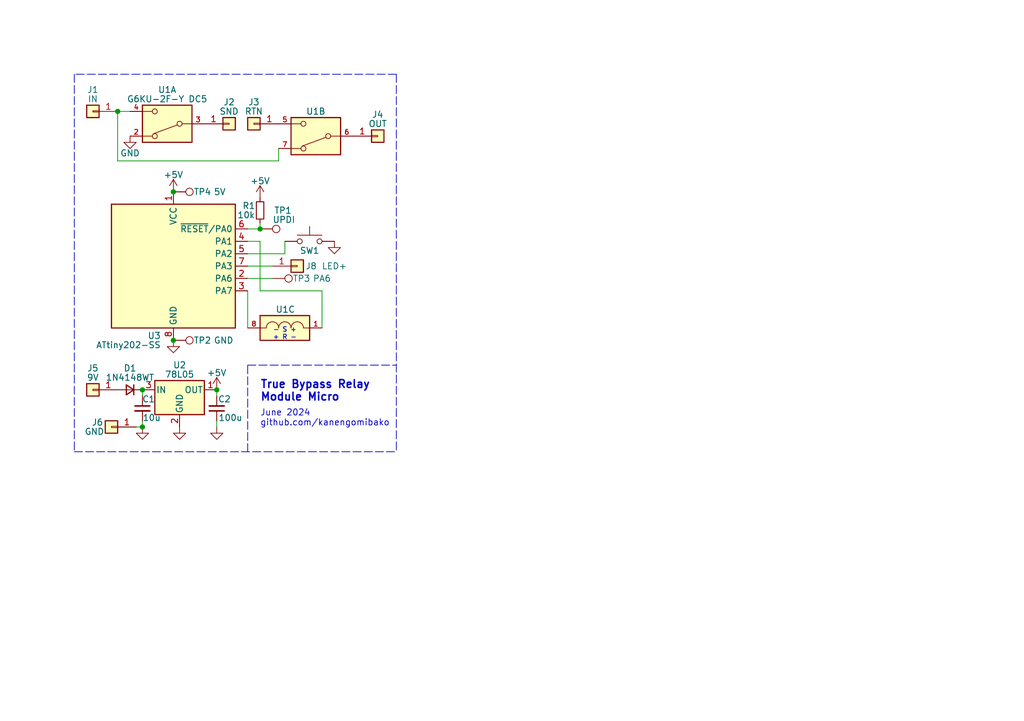
<source format=kicad_sch>
(kicad_sch (version 20231120) (generator "eeschema") (generator_version "8.0")
  (paper "A5")
  (lib_symbols
    (symbol "Connector:TestPoint" (pin_numbers hide) (pin_names (offset 0.762) hide)
      (property "Reference" "TP" (at 0 6.858 0))
      (property "Value" "TestPoint" (at 0 5.08 0))
      (symbol "TestPoint_0_1"
        (circle (center 0 3.302) (radius 0.762))
      )
      (symbol "TestPoint_1_1"
        (pin passive line (at 0 0 90) (length 2.54) (name "1") (number "1"))
      )
    )
    (symbol "Connector_Generic:Conn_01x01" (pin_names (offset 1.016) hide)
      (property "Reference" "J" (at 0 2.54 0))
      (property "Value" "Conn_01x01" (at 0 -2.54 0))
      (symbol "Conn_01x01_1_1"
        (rectangle (start -1.27 0.127) (end 0 -0.127) (stroke (width 0.1524)))
        (rectangle (start -1.27 1.27) (end 1.27 -1.27) (stroke (width 0.254)) (fill (type background)))
        (pin passive line (at -5.08 0 0) (length 3.81) (name "Pin_1") (number "1"))
      )
    )
    (symbol "Device:C_Small" (pin_numbers hide) (pin_names (offset 0.254) hide)
      (property "Reference" "C" (at 0.254 1.778 0))
      (property "Value" "C_Small" (at 0.254 -2.032 0))
      (symbol "C_Small_0_1"
        (polyline (pts (xy -1.524 -0.508) (xy 1.524 -0.508)) (stroke (width 0.3302)))
        (polyline (pts (xy -1.524 0.508) (xy 1.524 0.508)) (stroke (width 0.3048)))
      )
      (symbol "C_Small_1_1"
        (pin passive line (at 0 2.54 270) (length 2.032) (name "~") (number "1"))
        (pin passive line (at 0 -2.54 90) (length 2.032) (name "~") (number "2"))
      )
    )
    (symbol "Device:D_Small" (pin_numbers hide) (pin_names (offset 0.254) hide)
      (property "Reference" "D" (at -1.27 2.032 0))
      (property "Value" "D_Small" (at -3.81 -2.032 0))
      (symbol "D_Small_0_1"
        (polyline (pts (xy -0.762 -1.016) (xy -0.762 1.016)) (stroke (width 0.254)))
        (polyline (pts (xy -0.762 0) (xy 0.762 0)))
        (polyline (pts (xy 0.762 -1.016) (xy -0.762 0) (xy 0.762 1.016) (xy 0.762 -1.016)) (stroke (width 0.254)))
      )
      (symbol "D_Small_1_1"
        (pin passive line (at -2.54 0 0) (length 1.778) (name "K") (number "1"))
        (pin passive line (at 2.54 0 180) (length 1.778) (name "A") (number "2"))
      )
    )
    (symbol "Device:R_Small" (pin_numbers hide) (pin_names (offset 0.254) hide)
      (property "Reference" "R" (at 0.762 0.508 0))
      (property "Value" "R_Small" (at 0.762 -1.016 0))
      (symbol "R_Small_0_1"
        (rectangle (start -0.762 1.778) (end 0.762 -1.778) (stroke (width 0.2032)))
      )
      (symbol "R_Small_1_1"
        (pin passive line (at 0 2.54 270) (length 0.762) (name "~") (number "1"))
        (pin passive line (at 0 -2.54 90) (length 0.762) (name "~") (number "2"))
      )
    )
    (symbol "G6K_SeriesRelaySingle_1" (pin_names (offset 1.016))
      (property "Reference" "U" (at 0 -5.08 0))
      (property "Value" "G6K_SeriesRelay" (at 0 -7.62 0))
      (symbol "G6K_SeriesRelaySingle_1_1_1"
        (rectangle (start -5.08 3.81) (end 5.08 -3.81) (stroke (width 0.254)) (fill (type background)))
        (circle (center -2.54 0) (radius 0.508))
        (polyline (pts (xy -3.048 0) (xy -5.08 0)))
        (polyline (pts (xy -2.032 0.254) (xy 2.794 2.032)))
        (polyline (pts (xy 5.08 -2.54) (xy 3.048 -2.54)))
        (polyline (pts (xy 5.08 2.54) (xy 3.048 2.54)))
        (circle (center 2.54 -2.54) (radius 0.508))
        (circle (center 2.54 2.54) (radius 0.508))
        (pin passive line (at 7.62 2.54 180) (length 2.54) (name "~") (number "2"))
        (pin passive line (at -7.62 0 0) (length 2.54) (name "~") (number "3"))
        (pin passive line (at 7.62 -2.54 180) (length 2.54) (name "~") (number "4"))
      )
      (symbol "G6K_SeriesRelaySingle_1_2_1"
        (rectangle (start -5.08 3.81) (end 5.08 -3.81) (stroke (width 0.254)) (fill (type background)))
        (circle (center -2.54 0) (radius 0.508))
        (polyline (pts (xy -3.048 0) (xy -5.08 0)))
        (polyline (pts (xy -2.032 0.254) (xy 2.794 2.032)))
        (polyline (pts (xy 3.048 -2.54) (xy 5.08 -2.54)))
        (polyline (pts (xy 3.048 2.54) (xy 5.08 2.54)))
        (circle (center 2.54 -2.54) (radius 0.508))
        (circle (center 2.54 2.54) (radius 0.508))
        (pin passive line (at 7.62 -2.54 180) (length 2.54) (name "~") (number "5"))
        (pin passive line (at -7.62 0 0) (length 2.54) (name "~") (number "6"))
        (pin passive line (at 7.62 2.54 180) (length 2.54) (name "~") (number "7"))
      )
      (symbol "G6K_SeriesRelaySingle_1_3_1"
        (rectangle (start -5.08 2.54) (end 5.08 -2.54) (stroke (width 0.254)) (fill (type background)))
        (arc (start -1.27 0) (mid -2.54 1.2645) (end -3.81 0))
        (polyline (pts (xy -3.81 0) (xy -5.08 0)))
        (polyline (pts (xy 5.08 0) (xy 3.81 0)))
        (arc (start 1.27 0) (mid 0 1.2645) (end -1.27 0))
        (arc (start 3.81 0) (mid 2.54 1.2645) (end 1.27 0))
        (pin passive line (at -7.62 0 0) (length 2.54) (name "") (number "1"))
        (pin passive line (at 7.62 0 180) (length 2.54) (name "") (number "8"))
      )
    )
    (symbol "MCU_Microchip_ATtiny:ATtiny202-SS"
      (property "Reference" "U" (at -12.7 13.97 0))
      (property "Value" "ATtiny202-SS" (at 2.54 -13.97 0))
      (symbol "ATtiny202-SS_0_1"
        (rectangle (start -12.7 -12.7) (end 12.7 12.7) (stroke (width 0.254)) (fill (type background)))
      )
      (symbol "ATtiny202-SS_1_1"
        (pin power_in line (at 0 15.24 270) (length 2.54) (name "VCC") (number "1"))
        (pin bidirectional line (at 15.24 -2.54 180) (length 2.54) (name "PA6") (number "2"))
        (pin bidirectional line (at 15.24 -5.08 180) (length 2.54) (name "PA7") (number "3"))
        (pin bidirectional line (at 15.24 5.08 180) (length 2.54) (name "PA1") (number "4"))
        (pin bidirectional line (at 15.24 2.54 180) (length 2.54) (name "PA2") (number "5"))
        (pin bidirectional line (at 15.24 7.62 180) (length 2.54) (name "~{RESET}/PA0") (number "6"))
        (pin bidirectional line (at 15.24 0 180) (length 2.54) (name "PA3") (number "7"))
        (pin power_in line (at 0 -15.24 90) (length 2.54) (name "GND") (number "8"))
      )
    )
    (symbol "Regulator_Linear:L78L05_SOT89" (pin_names (offset 0.254))
      (property "Reference" "U" (at -3.81 3.175 0))
      (property "Value" "L78L05_SOT89" (at -0.635 3.175 0))
      (symbol "L78L05_SOT89_0_1"
        (rectangle (start -5.08 1.905) (end 5.08 -5.08) (stroke (width 0.254)) (fill (type background)))
      )
      (symbol "L78L05_SOT89_1_1"
        (pin power_out line (at 7.62 0 180) (length 2.54) (name "OUT") (number "1"))
        (pin power_in line (at 0 -7.62 90) (length 2.54) (name "GND") (number "2"))
        (pin power_in line (at -7.62 0 0) (length 2.54) (name "IN") (number "3"))
      )
    )
    (symbol "Switch:SW_Push" (pin_numbers hide) (pin_names (offset 1.016) hide)
      (property "Reference" "SW" (at 1.27 2.54 0))
      (property "Value" "SW_Push" (at 0 -1.524 0))
      (symbol "SW_Push_0_1"
        (circle (center -2.032 0) (radius 0.508))
        (polyline (pts (xy 0 1.27) (xy 0 3.048)))
        (polyline (pts (xy 2.54 1.27) (xy -2.54 1.27)))
        (circle (center 2.032 0) (radius 0.508))
        (pin passive line (at -5.08 0 0) (length 2.54) (name "1") (number "1"))
        (pin passive line (at 5.08 0 180) (length 2.54) (name "2") (number "2"))
      )
    )
    (symbol "myLib:G6K_SeriesRelaySingle" (pin_names (offset 1.016))
      (property "Reference" "U" (at 0 -5.08 0))
      (property "Value" "G6K_SeriesRelay" (at 0 -7.62 0))
      (symbol "G6K_SeriesRelaySingle_1_1"
        (rectangle (start -5.08 3.81) (end 5.08 -3.81) (stroke (width 0.254)) (fill (type background)))
        (circle (center -2.54 0) (radius 0.508))
        (polyline (pts (xy -3.048 0) (xy -5.08 0)))
        (polyline (pts (xy -2.032 0.254) (xy 2.794 2.032)))
        (polyline (pts (xy 5.08 -2.54) (xy 3.048 -2.54)))
        (polyline (pts (xy 5.08 2.54) (xy 3.048 2.54)))
        (circle (center 2.54 -2.54) (radius 0.508))
        (circle (center 2.54 2.54) (radius 0.508))
        (pin passive line (at 7.62 2.54 180) (length 2.54) (name "~") (number "2"))
        (pin passive line (at -7.62 0 0) (length 2.54) (name "~") (number "3"))
        (pin passive line (at 7.62 -2.54 180) (length 2.54) (name "~") (number "4"))
      )
      (symbol "G6K_SeriesRelaySingle_2_1"
        (rectangle (start -5.08 3.81) (end 5.08 -3.81) (stroke (width 0.254)) (fill (type background)))
        (circle (center -2.54 0) (radius 0.508))
        (polyline (pts (xy -3.048 0) (xy -5.08 0)))
        (polyline (pts (xy -2.032 0.254) (xy 2.794 2.032)))
        (polyline (pts (xy 3.048 -2.54) (xy 5.08 -2.54)))
        (polyline (pts (xy 3.048 2.54) (xy 5.08 2.54)))
        (circle (center 2.54 -2.54) (radius 0.508))
        (circle (center 2.54 2.54) (radius 0.508))
        (pin passive line (at 7.62 -2.54 180) (length 2.54) (name "~") (number "5"))
        (pin passive line (at -7.62 0 0) (length 2.54) (name "~") (number "6"))
        (pin passive line (at 7.62 2.54 180) (length 2.54) (name "~") (number "7"))
      )
      (symbol "G6K_SeriesRelaySingle_3_1"
        (rectangle (start -5.08 3.81) (end 5.08 -3.81) (stroke (width 0.254)) (fill (type background)))
        (arc (start -1.27 1.27) (mid -2.54 2.5345) (end -3.81 1.27))
        (polyline (pts (xy -3.81 1.27) (xy -5.08 1.27)))
        (polyline (pts (xy 5.08 1.27) (xy 3.81 1.27)))
        (arc (start 1.27 1.27) (mid 0 2.5345) (end -1.27 1.27))
        (arc (start 3.81 1.27) (mid 2.54 2.5345) (end 1.27 1.27))
        (text "+  S  -\n-  R  +" (at 0 -1.27 0) (effects (font (size 1.27 1.27))))
        (pin passive line (at -7.62 1.27 0) (length 2.54) (name "~") (number "1"))
        (pin passive line (at 7.62 1.27 180) (length 2.54) (name "~") (number "8"))
      )
    )
    (symbol "power:+5V" (power) (pin_numbers hide) (pin_names (offset 0) hide)
      (property "Value" "+5V" (at 0 3.556 0))
      (symbol "+5V_0_1"
        (polyline (pts (xy -0.762 1.27) (xy 0 2.54)))
        (polyline (pts (xy 0 0) (xy 0 2.54)))
        (polyline (pts (xy 0 2.54) (xy 0.762 1.27)))
      )
      (symbol "+5V_1_1"
        (pin power_in line (at 0 0 90) (length 0) (name "~") (number "1"))
      )
    )
    (symbol "power:GND" (power) (pin_names (offset 0))
      (property "Value" "GND" (at 0 -3.81 0))
      (symbol "GND_0_1"
        (polyline (pts (xy 0 0) (xy 0 -1.27) (xy 1.27 -1.27) (xy 0 -2.54) (xy -1.27 -1.27) (xy 0 -1.27)))
      )
      (symbol "GND_1_1"
        (pin power_in line (at 0 0 270) (length 0) hide (name "GND") (number "1"))
      )
    )
  )
  (junction (at 29.21 87.63))
  (junction (at 24.13 22.86))
  (junction (at 35.56 39.37))
  (junction (at 35.56 69.85))
  (junction (at 53.34 46.99))
  (junction (at 29.21 80.01))
  (junction (at 44.45 80.01))
  (wire (pts (xy 57.15 33.02) (xy 57.15 30.48)))
  (polyline (pts (xy 50.8 92.71) (xy 50.8 74.93)) (stroke (width 0) (type dash)))
  (wire (pts (xy 53.34 45.72) (xy 53.34 46.99)))
  (wire (pts (xy 29.21 80.01) (xy 29.21 81.28)))
  (wire (pts (xy 29.21 87.63) (xy 29.21 86.36)))
  (polyline (pts (xy 81.28 15.24) (xy 15.24 15.24)) (stroke (width 0) (type dash)))
  (wire (pts (xy 24.13 22.86) (xy 24.13 33.02)))
  (polyline (pts (xy 81.28 15.24) (xy 81.28 92.71)) (stroke (width 0) (type dash)))
  (wire (pts (xy 58.42 49.53) (xy 58.42 52.07)))
  (wire (pts (xy 53.34 59.69) (xy 66.04 59.69)))
  (wire (pts (xy 24.13 22.86) (xy 26.67 22.86)))
  (wire (pts (xy 66.04 59.69) (xy 66.04 67.31)))
  (wire (pts (xy 53.34 49.53) (xy 53.34 59.69)))
  (polyline (pts (xy 15.24 92.71) (xy 81.28 92.71)) (stroke (width 0) (type dash)))
  (wire (pts (xy 55.88 54.61) (xy 50.8 54.61)))
  (wire (pts (xy 27.94 87.63) (xy 29.21 87.63)))
  (polyline (pts (xy 50.8 74.93) (xy 81.28 74.93)) (stroke (width 0) (type dash)))
  (wire (pts (xy 44.45 87.63) (xy 44.45 86.36)))
  (wire (pts (xy 24.13 33.02) (xy 57.15 33.02)))
  (wire (pts (xy 58.42 52.07) (xy 50.8 52.07)))
  (wire (pts (xy 50.8 46.99) (xy 53.34 46.99)))
  (polyline (pts (xy 15.24 15.24) (xy 15.24 92.71)) (stroke (width 0) (type dash)))
  (wire (pts (xy 50.8 49.53) (xy 53.34 49.53)))
  (wire (pts (xy 44.45 80.01) (xy 44.45 81.28)))
  (wire (pts (xy 50.8 59.69) (xy 50.8 67.31)))
  (wire (pts (xy 55.88 57.15) (xy 50.8 57.15)))
  (text "True Bypass Relay\nModule Micro" (at 53.34 82.55 0) (effects (font (size 1.6 1.6) (thickness 0.3) (bold yes)) (justify left bottom)))
  (text "June 2024\ngithub.com/kanengomibako" (at 53.34 87.63 0) (effects (font (size 1.27 1.27)) (justify left bottom)))
  (text "- S +\n+ R -" (at 58.42 68.58 0) (effects (font (size 0.9525 0.9525))))
  (symbol (lib_id "MCU_Microchip_ATtiny:ATtiny202-SS") (at 35.56 54.61 0) (unit 1)
    (property "Reference" "U3" (at 33.02 68.8975 0) (effects (justify right)))
    (property "Value" "ATtiny202-SS" (at 33.02 70.8025 0) (effects (justify right)))
    (property "Footprint" "Package_SO:SOIC-8_3.9x4.9mm_P1.27mm" (effects (hide yes)))
    (property "Datasheet" "http://ww1.microchip.com/downloads/en/DeviceDoc/ATtiny202-402-AVR-MCU-with-Core-Independent-Peripherals_and-picoPower-40001969A.pdf" (effects (hide yes)))
    (property "Description" "20MHz, 2kB Flash, 128B SRAM, 64B EEPROM, SOIC-8" (effects (hide yes)))
  )
  (symbol (lib_id "power:GND") (at 26.67 27.94 0) (unit 1)
    (property "Reference" "#PWR01" (effects (hide yes)))
    (property "Value" "GND" (at 26.67 31.4325 0))
  )
  (symbol (lib_id "Connector_Generic:Conn_01x01") (at 52.07 25.4 180) (unit 1)
    (property "Reference" "J3" (at 52.07 20.955 0))
    (property "Value" "RTN" (at 52.07 22.86 0))
    (property "Footprint" "myFoot:my_WirePad_1mmDrill" (effects (hide yes)))
  )
  (symbol (lib_name "G6K_SeriesRelaySingle_1") (lib_id "myLib:G6K_SeriesRelaySingle") (at 58.42 67.31 0) (mirror y) (unit 3)
    (property "Reference" "U1" (at 56.515 63.5 0) (effects (justify right)))
    (property "Value" "G6KU-2F-Y DC5" (effects (hide yes)))
    (property "Footprint" "Relay_SMD:Relay_DPDT_Omron_G6K-2F-Y" (effects (hide yes)))
    (property "Datasheet" "C2153173" (effects (hide yes)))
    (property "Description" "Relay" (effects (hide yes)))
  )
  (symbol (lib_id "Connector:TestPoint") (at 55.88 57.15 270) (unit 1)
    (property "Reference" "TP3" (at 60.0075 57.15 90) (effects (justify left)))
    (property "Value" "PA6" (at 64.135 57.15 90) (effects (justify left)))
    (property "Footprint" "myFoot:my_TestPoint_2mm" (effects (hide yes)))
    (property "Description" "test point" (effects (hide yes)))
  )
  (symbol (lib_id "power:GND") (at 29.21 87.63 0) (mirror y) (unit 1)
    (property "Reference" "#PWR015" (effects (hide yes)))
    (property "Value" "GND" (effects (hide yes)))
  )
  (symbol (lib_id "Device:D_Small") (at 26.67 80.01 180) (unit 1)
    (property "Reference" "D1" (at 26.67 75.565 0))
    (property "Value" "1N4148WT" (at 26.67 77.47 0))
    (property "Footprint" "myFoot:D_SOD-523_HandSoldering" (effects (hide yes)))
    (property "Datasheet" "C7420320" (effects (hide yes)))
    (property "Description" "Diode, small symbol" (effects (hide yes)))
    (property "Sim.Device" "D" (effects (hide yes)))
    (property "Sim.Pins" "1=K 2=A" (effects (hide yes)))
  )
  (symbol (lib_id "power:GND") (at 36.83 87.63 0) (mirror y) (unit 1)
    (property "Reference" "#PWR016" (effects (hide yes)))
    (property "Value" "GND" (effects (hide yes)))
  )
  (symbol (lib_id "power:GND") (at 35.56 69.85 0) (mirror y) (unit 1)
    (property "Reference" "#PWR018" (effects (hide yes)))
    (property "Value" "GND" (effects (hide yes)))
  )
  (symbol (lib_id "Connector_Generic:Conn_01x01") (at 77.47 27.94 0) (mirror x) (unit 1)
    (property "Reference" "J4" (at 77.47 23.495 0))
    (property "Value" "OUT" (at 77.47 25.4 0))
    (property "Footprint" "myFoot:my_WirePad_1mmDrill" (effects (hide yes)))
  )
  (symbol (lib_id "Device:C_Small") (at 29.21 83.82 0) (unit 1)
    (property "Reference" "C1" (at 30.48 81.915 0))
    (property "Value" "10u" (at 31.115 85.725 0))
    (property "Footprint" "Capacitor_SMD:C_0603_1608Metric" (effects (hide yes)))
  )
  (symbol (lib_id "Connector_Generic:Conn_01x01") (at 22.86 87.63 180) (unit 1)
    (property "Reference" "J6" (at 20.0025 86.6775 0))
    (property "Value" "GND" (at 19.3675 88.5825 0))
    (property "Footprint" "myFoot:my_WirePad_1mmDrill" (effects (hide yes)))
  )
  (symbol (lib_id "power:+5V") (at 35.56 39.37 0) (unit 1)
    (property "Reference" "#PWR09" (effects (hide yes)))
    (property "Value" "+5V" (at 35.56 35.8775 0))
    (property "Description" "Power symbol creates a global label with name \"+5V\"" (effects (hide yes)))
  )
  (symbol (lib_id "myLib:G6K_SeriesRelaySingle") (at 64.77 27.94 180) (unit 2)
    (property "Reference" "U1" (at 64.77 22.86 0))
    (property "Value" "G6KU-2F-Y DC5" (effects (hide yes)))
    (property "Footprint" "Relay_SMD:Relay_DPDT_Omron_G6K-2F-Y" (effects (hide yes)))
    (property "Datasheet" "C2153173" (effects (hide yes)))
    (property "Description" "Relay" (effects (hide yes)))
  )
  (symbol (lib_id "Regulator_Linear:L78L05_SOT89") (at 36.83 80.01 0) (unit 1)
    (property "Reference" "U2" (at 36.83 74.93 0))
    (property "Value" "78L05" (at 36.83 76.835 0))
    (property "Footprint" "Package_TO_SOT_SMD:SOT-89-3" (effects (hide yes)))
    (property "Datasheet" "http://www.st.com/content/ccc/resource/technical/document/datasheet/15/55/e5/aa/23/5b/43/fd/CD00000446.pdf/files/CD00000446.pdf/jcr:content/translations/en.CD00000446.pdf" (effects (hide yes)))
    (property "Description" "Positive 100mA 30V Linear Regulator, Fixed Output 5V, SOT-89" (effects (hide yes)))
  )
  (symbol (lib_id "Connector:TestPoint") (at 53.34 46.99 270) (unit 1)
    (property "Reference" "TP1" (at 56.1975 43.18 90) (effects (justify left)))
    (property "Value" "UPDI" (at 55.88 45.085 90) (effects (justify left)))
    (property "Footprint" "myFoot:my_TestPoint_2mm" (effects (hide yes)))
    (property "Description" "test point" (effects (hide yes)))
  )
  (symbol (lib_id "Device:C_Small") (at 44.45 83.82 180) (unit 1)
    (property "Reference" "C2" (at 46.0375 81.915 0))
    (property "Value" "100u" (at 44.7675 85.725 0) (effects (justify right)))
    (property "Footprint" "Capacitor_SMD:C_1206_3216Metric" (effects (hide yes)))
  )
  (symbol (lib_id "power:+5V") (at 53.34 40.64 0) (unit 1)
    (property "Reference" "#PWR04" (effects (hide yes)))
    (property "Value" "+5V" (at 53.34 37.1475 0))
    (property "Description" "Power symbol creates a global label with name \"+5V\"" (effects (hide yes)))
  )
  (symbol (lib_id "power:+5V") (at 44.45 80.01 0) (unit 1)
    (property "Reference" "#PWR014" (effects (hide yes)))
    (property "Value" "+5V" (at 44.45 76.5175 0))
    (property "Description" "Power symbol creates a global label with name \"+5V\"" (effects (hide yes)))
  )
  (symbol (lib_id "Connector_Generic:Conn_01x01") (at 60.96 54.61 0) (unit 1)
    (property "Reference" "J8" (at 63.8175 54.61 0))
    (property "Value" "LED+" (at 68.58 54.61 0))
    (property "Footprint" "myFoot:my_WirePad_1mmDrill" (effects (hide yes)))
  )
  (symbol (lib_id "Connector_Generic:Conn_01x01") (at 19.05 22.86 180) (unit 1)
    (property "Reference" "J1" (at 19.05 18.415 0))
    (property "Value" "IN" (at 19.05 20.32 0))
    (property "Footprint" "myFoot:my_WirePad_1mmDrill" (effects (hide yes)))
  )
  (symbol (lib_id "power:GND") (at 44.45 87.63 0) (mirror y) (unit 1)
    (property "Reference" "#PWR017" (effects (hide yes)))
    (property "Value" "GND" (effects (hide yes)))
  )
  (symbol (lib_id "Switch:SW_Push") (at 63.5 49.53 0) (unit 1)
    (property "Reference" "SW1" (at 63.5 51.435 0))
    (property "Value" "SW1" (effects (hide yes)))
    (property "Footprint" "Connector_PinHeader_2.54mm:PinHeader_1x02_P2.54mm_Vertical" (effects (hide yes)))
    (property "Description" "Push button switch, generic, two pins" (effects (hide yes)))
  )
  (symbol (lib_id "Connector_Generic:Conn_01x01") (at 19.05 80.01 180) (unit 1)
    (property "Reference" "J5" (at 19.05 75.565 0))
    (property "Value" "9V" (at 19.05 77.47 0))
    (property "Footprint" "myFoot:my_WirePad_1mmDrill" (effects (hide yes)))
  )
  (symbol (lib_id "Connector_Generic:Conn_01x01") (at 46.99 25.4 0) (unit 1)
    (property "Reference" "J2" (at 46.99 20.955 0))
    (property "Value" "SND" (at 46.99 22.86 0))
    (property "Footprint" "myFoot:my_WirePad_1mmDrill" (effects (hide yes)))
  )
  (symbol (lib_id "power:GND") (at 68.58 49.53 0) (mirror y) (unit 1)
    (property "Reference" "#PWR02" (effects (hide yes)))
    (property "Value" "GND" (effects (hide yes)))
  )
  (symbol (lib_id "Connector:TestPoint") (at 35.56 39.37 270) (unit 1)
    (property "Reference" "TP4" (at 39.6875 39.37 90) (effects (justify left)))
    (property "Value" "5V" (at 43.815 39.37 90) (effects (justify left)))
    (property "Footprint" "myFoot:my_TestPoint_2mm" (effects (hide yes)))
    (property "Description" "test point" (effects (hide yes)))
  )
  (symbol (lib_id "Connector:TestPoint") (at 35.56 69.85 270) (unit 1)
    (property "Reference" "TP2" (at 39.6875 69.85 90) (effects (justify left)))
    (property "Value" "GND" (at 43.815 69.85 90) (effects (justify left)))
    (property "Footprint" "myFoot:my_TestPoint_2mm" (effects (hide yes)))
    (property "Description" "test point" (effects (hide yes)))
  )
  (symbol (lib_id "myLib:G6K_SeriesRelaySingle") (at 34.29 25.4 180) (unit 1)
    (property "Reference" "U1" (at 34.29 18.415 0))
    (property "Value" "G6KU-2F-Y DC5" (at 34.29 20.32 0))
    (property "Footprint" "Relay_SMD:Relay_DPDT_Omron_G6K-2F-Y" (effects (hide yes)))
    (property "Datasheet" "C2153173" (effects (hide yes)))
    (property "Description" "Relay" (effects (hide yes)))
  )
  (symbol (lib_id "Device:R_Small") (at 53.34 43.18 0) (mirror x) (unit 1)
    (property "Reference" "R1" (at 52.3875 42.2275 0) (effects (justify right)))
    (property "Value" "10k" (at 50.4825 44.1325 0))
    (property "Footprint" "Resistor_SMD:R_0603_1608Metric" (effects (hide yes)))
  )
)
</source>
